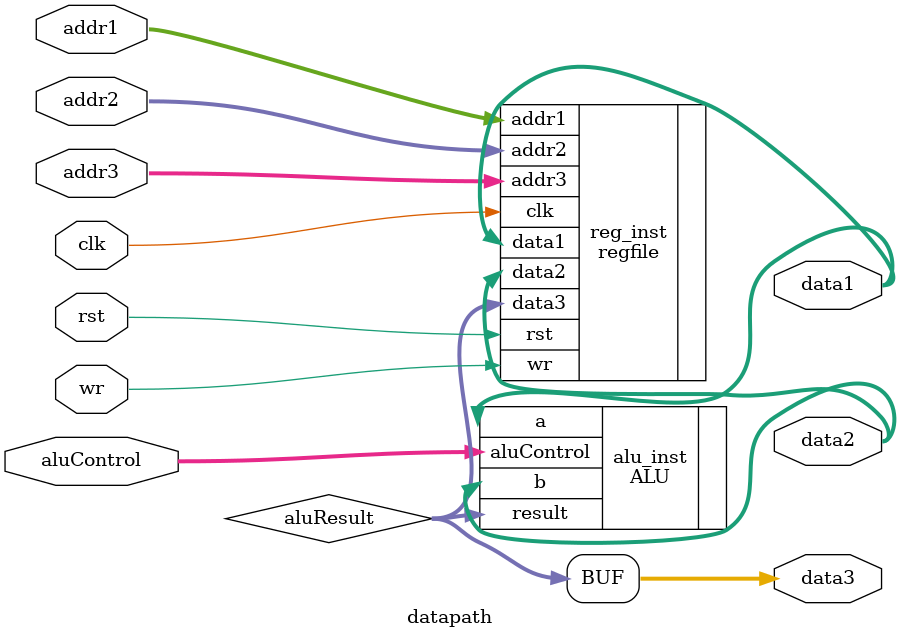
<source format=v>
`include "alu.v"
`include "regfile.v"

module datapath(clk, wr, rst, addr1, addr2, addr3, aluControl, data1, data2, data3);
input clk, wr, rst;
input [1:0] addr1, addr2, addr3;
input [2:0] aluControl;
output wire[31:0] data1, data2, data3;
wire [31:0] aluResult;

ALU alu_inst(
    .a(data1[31:0]),
    .b(data2[31:0]),
    .aluControl(aluControl[2:0]),
    .result(aluResult[31:0])
);

regfile reg_inst(
    .addr1(addr1[1:0]),
    .addr2(addr2[1:0]),
    .addr3(addr3[1:0]),
    .data1(data1[31:0]),
    .data2(data2[31:0]),
    .data3(aluResult[31:0]),
    .clk(clk),
    .wr(wr),
    .rst(rst)
);

assign data3 = aluResult;






endmodule
</source>
